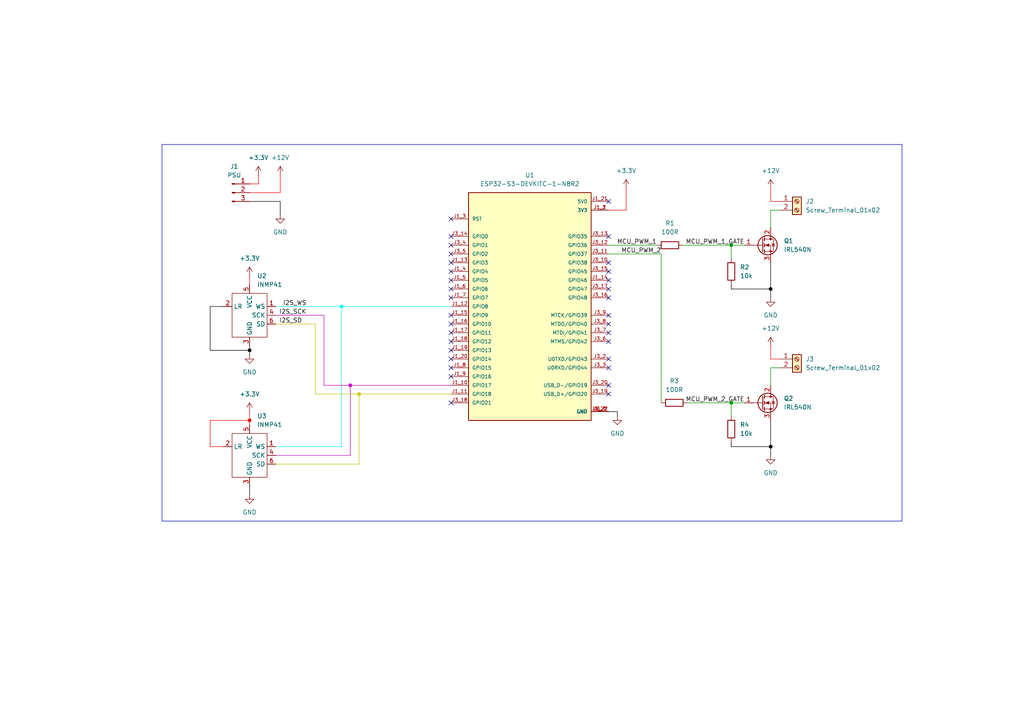
<source format=kicad_sch>
(kicad_sch (version 20231120) (generator "eeschema") (generator_version "8.0")
  (paper "A4")
  (lib_symbols
    (symbol "Connector:Conn_01x03_Pin" (pin_names (offset 1.016) hide)
      (property "Reference" "J" (at 0 5.08 0))
      (property "Value" "Conn_01x03_Pin" (at 0 -5.08 0))
      (symbol "Conn_01x03_Pin_1_1"
        (polyline (pts (xy 1.27 -2.54) (xy 0.8636 -2.54)) (stroke (width 0.1524)))
        (polyline (pts (xy 1.27 0) (xy 0.8636 0)) (stroke (width 0.1524)))
        (polyline (pts (xy 1.27 2.54) (xy 0.8636 2.54)) (stroke (width 0.1524)))
        (rectangle (start 0.8636 -2.413) (end 0 -2.667) (stroke (width 0.1524)) (fill (type outline)))
        (rectangle (start 0.8636 0.127) (end 0 -0.127) (stroke (width 0.1524)) (fill (type outline)))
        (rectangle (start 0.8636 2.667) (end 0 2.413) (stroke (width 0.1524)) (fill (type outline)))
        (pin passive line (at 5.08 2.54 180) (length 3.81) (name "Pin_1") (number "1"))
        (pin passive line (at 5.08 0 180) (length 3.81) (name "Pin_2") (number "2"))
        (pin passive line (at 5.08 -2.54 180) (length 3.81) (name "Pin_3") (number "3"))
      )
    )
    (symbol "Connector:Screw_Terminal_01x02" (pin_names (offset 1.016) hide)
      (property "Reference" "J" (at 0 2.54 0))
      (property "Value" "Screw_Terminal_01x02" (at 0 -5.08 0))
      (symbol "Screw_Terminal_01x02_1_1"
        (rectangle (start -1.27 1.27) (end 1.27 -3.81) (stroke (width 0.254)) (fill (type background)))
        (circle (center 0 -2.54) (radius 0.635) (stroke (width 0.1524)))
        (polyline (pts (xy -0.5334 -2.2098) (xy 0.3302 -3.048)) (stroke (width 0.1524)))
        (polyline (pts (xy -0.5334 0.3302) (xy 0.3302 -0.508)) (stroke (width 0.1524)))
        (polyline (pts (xy -0.3556 -2.032) (xy 0.508 -2.8702)) (stroke (width 0.1524)))
        (polyline (pts (xy -0.3556 0.508) (xy 0.508 -0.3302)) (stroke (width 0.1524)))
        (circle (center 0 0) (radius 0.635) (stroke (width 0.1524)))
        (pin passive line (at -5.08 0 0) (length 3.81) (name "Pin_1") (number "1"))
        (pin passive line (at -5.08 -2.54 0) (length 3.81) (name "Pin_2") (number "2"))
      )
    )
    (symbol "Device:R" (pin_numbers hide) (pin_names (offset 0))
      (property "Reference" "R" (at 2.032 0 90))
      (property "Value" "R" (at 0 0 90))
      (symbol "R_0_1"
        (rectangle (start -1.016 -2.54) (end 1.016 2.54) (stroke (width 0.254)))
      )
      (symbol "R_1_1"
        (pin passive line (at 0 3.81 270) (length 1.27) (name "~") (number "1"))
        (pin passive line (at 0 -3.81 90) (length 1.27) (name "~") (number "2"))
      )
    )
    (symbol "ESP32-S3-DEVKITC-1-N8R2:ESP32-S3-DEVKITC-1-N8R2" (pin_names (offset 1.016))
      (property "Reference" "U" (at -17.78 35.56 0))
      (property "Value" "ESP32-S3-DEVKITC-1-N8R2" (at -17.78 -35.56 0))
      (symbol "ESP32-S3-DEVKITC-1-N8R2_0_0"
        (rectangle (start -17.78 33.02) (end 17.78 -33.02) (stroke (width 0.254)) (fill (type background)))
        (pin power_in line (at 22.86 27.94 180) (length 5.08) (name "3V3") (number "J1_1"))
        (pin bidirectional line (at -22.86 -22.86 0) (length 5.08) (name "GPIO17") (number "J1_10"))
        (pin bidirectional line (at -22.86 -25.4 0) (length 5.08) (name "GPIO18") (number "J1_11"))
        (pin bidirectional line (at -22.86 0 0) (length 5.08) (name "GPIO8") (number "J1_12"))
        (pin bidirectional line (at -22.86 12.7 0) (length 5.08) (name "GPIO3") (number "J1_13"))
        (pin bidirectional line (at 22.86 7.62 180) (length 5.08) (name "GPIO46") (number "J1_14"))
        (pin bidirectional line (at -22.86 -2.54 0) (length 5.08) (name "GPIO9") (number "J1_15"))
        (pin bidirectional line (at -22.86 -5.08 0) (length 5.08) (name "GPIO10") (number "J1_16"))
        (pin bidirectional line (at -22.86 -7.62 0) (length 5.08) (name "GPIO11") (number "J1_17"))
        (pin bidirectional line (at -22.86 -10.16 0) (length 5.08) (name "GPIO12") (number "J1_18"))
        (pin bidirectional line (at -22.86 -12.7 0) (length 5.08) (name "GPIO13") (number "J1_19"))
        (pin power_in line (at 22.86 27.94 180) (length 5.08) (name "3V3") (number "J1_2"))
        (pin bidirectional line (at -22.86 -15.24 0) (length 5.08) (name "GPIO14") (number "J1_20"))
        (pin power_in line (at 22.86 30.48 180) (length 5.08) (name "5V0") (number "J1_21"))
        (pin power_in line (at 22.86 -30.48 180) (length 5.08) (name "GND") (number "J1_22"))
        (pin input line (at -22.86 25.4 0) (length 5.08) (name "RST") (number "J1_3"))
        (pin bidirectional line (at -22.86 10.16 0) (length 5.08) (name "GPIO4") (number "J1_4"))
        (pin bidirectional line (at -22.86 7.62 0) (length 5.08) (name "GPIO5") (number "J1_5"))
        (pin bidirectional line (at -22.86 5.08 0) (length 5.08) (name "GPIO6") (number "J1_6"))
        (pin bidirectional line (at -22.86 2.54 0) (length 5.08) (name "GPIO7") (number "J1_7"))
        (pin bidirectional line (at -22.86 -17.78 0) (length 5.08) (name "GPIO15") (number "J1_8"))
        (pin bidirectional line (at -22.86 -20.32 0) (length 5.08) (name "GPIO16") (number "J1_9"))
        (pin power_in line (at 22.86 -30.48 180) (length 5.08) (name "GND") (number "J3_1"))
        (pin bidirectional line (at 22.86 12.7 180) (length 5.08) (name "GPIO38") (number "J3_10"))
        (pin bidirectional line (at 22.86 15.24 180) (length 5.08) (name "GPIO37") (number "J3_11"))
        (pin bidirectional line (at 22.86 17.78 180) (length 5.08) (name "GPIO36") (number "J3_12"))
        (pin bidirectional line (at 22.86 20.32 180) (length 5.08) (name "GPIO35") (number "J3_13"))
        (pin bidirectional line (at -22.86 20.32 0) (length 5.08) (name "GPIO0") (number "J3_14"))
        (pin bidirectional line (at 22.86 10.16 180) (length 5.08) (name "GPIO45") (number "J3_15"))
        (pin bidirectional line (at 22.86 2.54 180) (length 5.08) (name "GPIO48") (number "J3_16"))
        (pin bidirectional line (at 22.86 5.08 180) (length 5.08) (name "GPIO47") (number "J3_17"))
        (pin bidirectional line (at -22.86 -27.94 0) (length 5.08) (name "GPIO21") (number "J3_18"))
        (pin bidirectional line (at 22.86 -25.4 180) (length 5.08) (name "USB_D+/GPIO20") (number "J3_19"))
        (pin bidirectional line (at 22.86 -15.24 180) (length 5.08) (name "U0TXD/GPIO43") (number "J3_2"))
        (pin bidirectional line (at 22.86 -22.86 180) (length 5.08) (name "USB_D-/GPIO19") (number "J3_20"))
        (pin power_in line (at 22.86 -30.48 180) (length 5.08) (name "GND") (number "J3_21"))
        (pin power_in line (at 22.86 -30.48 180) (length 5.08) (name "GND") (number "J3_22"))
        (pin bidirectional line (at 22.86 -17.78 180) (length 5.08) (name "U0RXD/GPIO44") (number "J3_3"))
        (pin bidirectional line (at -22.86 17.78 0) (length 5.08) (name "GPIO1") (number "J3_4"))
        (pin bidirectional line (at -22.86 15.24 0) (length 5.08) (name "GPIO2") (number "J3_5"))
        (pin bidirectional line (at 22.86 -10.16 180) (length 5.08) (name "MTMS/GPIO42") (number "J3_6"))
        (pin bidirectional line (at 22.86 -7.62 180) (length 5.08) (name "MTDI/GPIO41") (number "J3_7"))
        (pin bidirectional line (at 22.86 -5.08 180) (length 5.08) (name "MTDO/GPIO40") (number "J3_8"))
        (pin bidirectional line (at 22.86 -2.54 180) (length 5.08) (name "MTCK/GPIO39") (number "J3_9"))
      )
    )
    (symbol "INMP41:INMP41"
      (property "Reference" "U" (at 0 0 0))
      (property "Value" "INMP41" (at 0 0 0))
      (symbol "INMP41_0_1"
        (rectangle (start -5.08 -3.81) (end 5.08 -16.51))
      )
      (symbol "INMP41_1_1"
        (pin bidirectional line (at 7.62 -7.62 180) (length 2.54) (name "WS") (number "1"))
        (pin input line (at -7.62 -7.62 0) (length 2.54) (name "LR") (number "2"))
        (pin passive line (at 0 -19.05 90) (length 2.54) (name "GND") (number "3"))
        (pin bidirectional line (at 7.62 -10.16 180) (length 2.54) (name "SCK") (number "4"))
        (pin power_in line (at 0 -1.27 270) (length 2.54) (name "VCC") (number "5"))
        (pin bidirectional line (at 7.62 -12.7 180) (length 2.54) (name "SD") (number "6"))
      )
    )
    (symbol "Transistor_FET:IRLZ44N" (pin_names hide)
      (property "Reference" "Q" (at 5.08 1.905 0))
      (property "Value" "IRLZ44N" (at 5.08 0 0))
      (symbol "IRLZ44N_0_1"
        (polyline (pts (xy 0.254 0) (xy -2.54 0)))
        (polyline (pts (xy 0.254 1.905) (xy 0.254 -1.905)) (stroke (width 0.254)))
        (polyline (pts (xy 0.762 -1.27) (xy 0.762 -2.286)) (stroke (width 0.254)))
        (polyline (pts (xy 0.762 0.508) (xy 0.762 -0.508)) (stroke (width 0.254)))
        (polyline (pts (xy 0.762 2.286) (xy 0.762 1.27)) (stroke (width 0.254)))
        (polyline (pts (xy 2.54 2.54) (xy 2.54 1.778)))
        (polyline (pts (xy 2.54 -2.54) (xy 2.54 0) (xy 0.762 0)))
        (polyline (pts (xy 0.762 -1.778) (xy 3.302 -1.778) (xy 3.302 1.778) (xy 0.762 1.778)))
        (polyline (pts (xy 1.016 0) (xy 2.032 0.381) (xy 2.032 -0.381) (xy 1.016 0)) (fill (type outline)))
        (polyline (pts (xy 2.794 0.508) (xy 2.921 0.381) (xy 3.683 0.381) (xy 3.81 0.254)))
        (polyline (pts (xy 3.302 0.381) (xy 2.921 -0.254) (xy 3.683 -0.254) (xy 3.302 0.381)))
        (circle (center 1.651 0) (radius 2.794) (stroke (width 0.254)))
        (circle (center 2.54 -1.778) (radius 0.254) (fill (type outline)))
        (circle (center 2.54 1.778) (radius 0.254) (fill (type outline)))
      )
      (symbol "IRLZ44N_1_1"
        (pin input line (at -5.08 0 0) (length 2.54) (name "G") (number "1"))
        (pin passive line (at 2.54 5.08 270) (length 2.54) (name "D") (number "2"))
        (pin passive line (at 2.54 -5.08 90) (length 2.54) (name "S") (number "3"))
      )
    )
    (symbol "power:+12V" (power) (pin_numbers hide) (pin_names (offset 0) hide)
      (property "Value" "+12V" (at 0 3.556 0))
      (symbol "+12V_0_1"
        (polyline (pts (xy -0.762 1.27) (xy 0 2.54)))
        (polyline (pts (xy 0 0) (xy 0 2.54)))
        (polyline (pts (xy 0 2.54) (xy 0.762 1.27)))
      )
      (symbol "+12V_1_1"
        (pin power_in line (at 0 0 90) (length 0) (name "~") (number "1"))
      )
    )
    (symbol "power:+3.3V" (power) (pin_numbers hide) (pin_names (offset 0) hide)
      (property "Value" "+3.3V" (at 0 3.556 0))
      (symbol "+3.3V_0_1"
        (polyline (pts (xy -0.762 1.27) (xy 0 2.54)))
        (polyline (pts (xy 0 0) (xy 0 2.54)))
        (polyline (pts (xy 0 2.54) (xy 0.762 1.27)))
      )
      (symbol "+3.3V_1_1"
        (pin power_in line (at 0 0 90) (length 0) (name "~") (number "1"))
      )
    )
    (symbol "power:GND" (power) (pin_numbers hide) (pin_names (offset 0) hide)
      (property "Value" "GND" (at 0 -3.81 0))
      (symbol "GND_0_1"
        (polyline (pts (xy 0 0) (xy 0 -1.27) (xy 1.27 -1.27) (xy 0 -2.54) (xy -1.27 -1.27) (xy 0 -1.27)))
      )
      (symbol "GND_1_1"
        (pin power_in line (at 0 0 270) (length 0) (name "~") (number "1"))
      )
    )
  )
  (junction (at 212.09 116.84))
  (junction (at 223.52 83.82) (color 0 0 0 1))
  (junction (at 72.39 101.6) (color 0 0 0 1))
  (junction (at 223.52 129.54) (color 0 0 0 1))
  (junction (at 104.14 114.3) (color 194 194 0 1))
  (junction (at 212.09 71.12))
  (junction (at 72.39 121.92) (color 255 0 0 1))
  (junction (at 101.6 111.76) (color 194 0 194 1))
  (junction (at 99.06 88.9) (color 0 255 255 1))
  (no_connect (at 176.53 68.58))
  (no_connect (at 130.81 81.28))
  (no_connect (at 176.53 78.74))
  (no_connect (at 130.81 78.74))
  (no_connect (at 130.81 63.5))
  (no_connect (at 130.81 83.82))
  (no_connect (at 176.53 81.28))
  (no_connect (at 130.81 68.58))
  (no_connect (at 176.53 104.14))
  (no_connect (at 130.81 71.12))
  (no_connect (at 130.81 91.44))
  (no_connect (at 176.53 99.06))
  (no_connect (at 130.81 76.2))
  (no_connect (at 176.53 106.68))
  (no_connect (at 130.81 106.68))
  (no_connect (at 176.53 114.3))
  (no_connect (at 130.81 116.84))
  (no_connect (at 130.81 93.98))
  (no_connect (at 176.53 96.52))
  (no_connect (at 176.53 86.36))
  (no_connect (at 176.53 76.2))
  (no_connect (at 176.53 83.82))
  (no_connect (at 176.53 93.98))
  (no_connect (at 130.81 109.22))
  (no_connect (at 176.53 111.76))
  (no_connect (at 130.81 101.6))
  (no_connect (at 130.81 104.14))
  (no_connect (at 130.81 73.66))
  (no_connect (at 130.81 99.06))
  (no_connect (at 176.53 91.44))
  (no_connect (at 130.81 96.52))
  (no_connect (at 176.53 58.42))
  (no_connect (at 130.81 86.36))
  (wire (pts (xy 223.52 83.82) (xy 223.52 86.36)) (stroke (width 0) (color 0 0 0 1)))
  (wire (pts (xy 101.6 132.08) (xy 101.6 111.76)) (stroke (width 0) (color 194 0 194 1)))
  (wire (pts (xy 223.52 66.04) (xy 223.52 60.96)))
  (wire (pts (xy 60.96 129.54) (xy 60.96 121.92)) (stroke (width 0) (color 255 0 0 1)))
  (wire (pts (xy 80.01 129.54) (xy 99.06 129.54)) (stroke (width 0) (color 0 255 255 1)))
  (wire (pts (xy 223.52 54.61) (xy 223.52 58.42)) (stroke (width 0) (color 255 0 0 1)))
  (wire (pts (xy 181.61 60.96) (xy 181.61 54.61)) (stroke (width 0) (color 255 0 0 1)))
  (wire (pts (xy 223.52 129.54) (xy 223.52 132.08)) (stroke (width 0) (color 0 0 0 1)))
  (wire (pts (xy 72.39 53.34) (xy 74.93 53.34)) (stroke (width 0) (color 255 0 0 1)))
  (wire (pts (xy 60.96 101.6) (xy 60.96 88.9)) (stroke (width 0) (color 0 0 0 1)))
  (wire (pts (xy 223.52 58.42) (xy 226.06 58.42)) (stroke (width 0) (color 255 0 0 1)))
  (wire (pts (xy 198.12 71.12) (xy 212.09 71.12)))
  (wire (pts (xy 99.06 129.54) (xy 99.06 88.9)) (stroke (width 0) (color 0 255 255 1)))
  (wire (pts (xy 176.53 60.96) (xy 181.61 60.96)) (stroke (width 0) (color 255 0 0 1)))
  (wire (pts (xy 223.52 100.33) (xy 223.52 104.14)) (stroke (width 0) (color 255 0 0 1)))
  (wire (pts (xy 104.14 114.3) (xy 130.81 114.3)) (stroke (width 0) (color 194 194 0 1)))
  (wire (pts (xy 212.09 116.84) (xy 215.9 116.84)))
  (wire (pts (xy 72.39 101.6) (xy 72.39 102.87)) (stroke (width 0) (color 0 0 0 1)))
  (wire (pts (xy 179.07 120.65) (xy 179.07 119.38)) (stroke (width 0) (color 0 0 0 1)))
  (wire (pts (xy 191.77 73.66) (xy 191.77 116.84)))
  (wire (pts (xy 81.28 58.42) (xy 72.39 58.42)) (stroke (width 0) (color 0 0 0 1)))
  (wire (pts (xy 212.09 116.84) (xy 212.09 120.65)))
  (wire (pts (xy 80.01 91.44) (xy 93.98 91.44)) (stroke (width 0) (color 194 0 194 1)))
  (wire (pts (xy 64.77 129.54) (xy 60.96 129.54)) (stroke (width 0) (color 255 0 0 1)))
  (wire (pts (xy 81.28 62.23) (xy 81.28 58.42)) (stroke (width 0) (color 0 0 0 1)))
  (wire (pts (xy 72.39 80.01) (xy 72.39 82.55)) (stroke (width 0) (color 255 0 0 1)))
  (wire (pts (xy 199.39 116.84) (xy 212.09 116.84)))
  (wire (pts (xy 80.01 134.62) (xy 104.14 134.62)) (stroke (width 0) (color 194 194 0 1)))
  (wire (pts (xy 223.52 104.14) (xy 226.06 104.14)) (stroke (width 0) (color 255 0 0 1)))
  (wire (pts (xy 223.52 106.68) (xy 226.06 106.68)))
  (wire (pts (xy 223.52 60.96) (xy 226.06 60.96)))
  (wire (pts (xy 176.53 73.66) (xy 191.77 73.66)))
  (wire (pts (xy 72.39 55.88) (xy 81.28 55.88)) (stroke (width 0) (color 255 0 0 1)))
  (wire (pts (xy 80.01 132.08) (xy 101.6 132.08)) (stroke (width 0) (color 194 0 194 1)))
  (wire (pts (xy 212.09 71.12) (xy 212.09 74.93)))
  (wire (pts (xy 93.98 91.44) (xy 93.98 111.76)) (stroke (width 0) (color 194 0 194 1)))
  (wire (pts (xy 99.06 88.9) (xy 130.81 88.9)) (stroke (width 0) (color 0 255 255 1)))
  (wire (pts (xy 72.39 100.33) (xy 72.39 101.6)) (stroke (width 0) (color 0 0 0 1)))
  (wire (pts (xy 223.52 111.76) (xy 223.52 106.68)))
  (wire (pts (xy 60.96 88.9) (xy 64.77 88.9)) (stroke (width 0) (color 0 0 0 1)))
  (wire (pts (xy 179.07 119.38) (xy 176.53 119.38)) (stroke (width 0) (color 0 0 0 1)))
  (wire (pts (xy 212.09 71.12) (xy 215.9 71.12)))
  (wire (pts (xy 93.98 111.76) (xy 101.6 111.76)) (stroke (width 0) (color 194 0 194 1)))
  (wire (pts (xy 80.01 93.98) (xy 91.44 93.98)) (stroke (width 0) (color 194 194 0 1)))
  (wire (pts (xy 104.14 134.62) (xy 104.14 114.3)) (stroke (width 0) (color 194 194 0 1)))
  (wire (pts (xy 212.09 129.54) (xy 223.52 129.54)) (stroke (width 0) (color 0 0 0 1)))
  (wire (pts (xy 176.53 71.12) (xy 190.5 71.12)))
  (wire (pts (xy 72.39 101.6) (xy 60.96 101.6)) (stroke (width 0) (color 0 0 0 1)))
  (wire (pts (xy 72.39 119.38) (xy 72.39 121.92)) (stroke (width 0) (color 255 0 0 1)))
  (wire (pts (xy 91.44 93.98) (xy 91.44 114.3)) (stroke (width 0) (color 194 194 0 1)))
  (wire (pts (xy 91.44 114.3) (xy 104.14 114.3)) (stroke (width 0) (color 194 194 0 1)))
  (wire (pts (xy 212.09 128.27) (xy 212.09 129.54)) (stroke (width 0) (color 0 0 0 1)))
  (wire (pts (xy 72.39 140.97) (xy 72.39 143.51)) (stroke (width 0) (color 0 0 0 1)))
  (wire (pts (xy 223.52 76.2) (xy 223.52 83.82)) (stroke (width 0) (color 0 0 0 1)))
  (wire (pts (xy 212.09 83.82) (xy 223.52 83.82)) (stroke (width 0) (color 0 0 0 1)))
  (wire (pts (xy 72.39 121.92) (xy 72.39 123.19)) (stroke (width 0) (color 255 0 0 1)))
  (wire (pts (xy 101.6 111.76) (xy 130.81 111.76)) (stroke (width 0) (color 194 0 194 1)))
  (wire (pts (xy 74.93 53.34) (xy 74.93 50.8)) (stroke (width 0) (color 255 0 0 1)))
  (wire (pts (xy 223.52 121.92) (xy 223.52 129.54)) (stroke (width 0) (color 0 0 0 1)))
  (wire (pts (xy 212.09 82.55) (xy 212.09 83.82)) (stroke (width 0) (color 0 0 0 1)))
  (wire (pts (xy 60.96 121.92) (xy 72.39 121.92)) (stroke (width 0) (color 255 0 0 1)))
  (wire (pts (xy 81.28 55.88) (xy 81.28 50.8)) (stroke (width 0) (color 255 0 0 1)))
  (wire (pts (xy 80.01 88.9) (xy 99.06 88.9)) (stroke (width 0) (color 0 255 255 1)))
  (rectangle (start 46.99 41.91) (end 261.62 151.13))
  (label "MCU_PWM_2" (at 191.77 73.66 180))
  (label "I2S_WS" (at 88.9 88.9 180))
  (label "I2S_SD" (at 87.63 93.98 180))
  (label "MCU_PWM_1_GATE" (at 215.9 71.12 180))
  (label "MCU_PWM_1" (at 190.5 71.12 180))
  (label "MCU_PWM_2_GATE" (at 215.9 116.84 180))
  (label "I2S_SCK" (at 88.9 91.44 180))
  (symbol (lib_id "power:+12V") (at 81.28 50.8 0) (unit 1)
    (property "Reference" "#PWR02" (effects (hide yes)))
    (property "Value" "+12V" (at 81.28 45.72 0))
    (property "Description" "Power symbol creates a global label with name \"+12V\"" (effects (hide yes)))
  )
  (symbol (lib_id "INMP41:INMP41") (at 72.39 121.92 0) (unit 1)
    (property "Reference" "U3" (at 74.5841 120.65 0) (effects (justify left)))
    (property "Value" "INMP41" (at 74.5841 123.19 0) (effects (justify left)))
    (property "Footprint" "INMP41:INMP41" (effects (hide yes)))
    (property "Datasheet" "https://invensense.tdk.com/products/analog/inmp411/" (effects (hide yes)))
  )
  (symbol (lib_id "Connector:Screw_Terminal_01x02") (at 231.14 104.14 0) (unit 1)
    (property "Reference" "J3" (at 233.68 104.1399 0) (effects (justify left)))
    (property "Value" "Screw_Terminal_01x02" (at 233.68 106.6799 0) (effects (justify left)))
    (property "Footprint" "TerminalBlock:TerminalBlock_Xinya_XY308-2.54-2P_1x02_P2.54mm_Horizontal" (effects (hide yes)))
    (property "Description" "Generic screw terminal, single row, 01x02, script generated (kicad-library-utils/schlib/autogen/connector/)" (effects (hide yes)))
  )
  (symbol (lib_id "power:GND") (at 81.28 62.23 0) (unit 1)
    (property "Reference" "#PWR03" (effects (hide yes)))
    (property "Value" "GND" (at 81.28 67.31 0))
    (property "Description" "Power symbol creates a global label with name \"GND\" , ground" (effects (hide yes)))
  )
  (symbol (lib_id "Device:R") (at 212.09 78.74 180) (unit 1)
    (property "Reference" "R2" (at 214.63 77.4699 0) (effects (justify right)))
    (property "Value" "10k" (at 214.63 80.0099 0) (effects (justify right)))
    (property "Footprint" "Resistor_THT:R_Axial_DIN0204_L3.6mm_D1.6mm_P7.62mm_Horizontal" (effects (hide yes)))
    (property "Description" "Resistor" (effects (hide yes)))
  )
  (symbol (lib_id "power:GND") (at 223.52 132.08 0) (unit 1)
    (property "Reference" "#PWR09" (effects (hide yes)))
    (property "Value" "GND" (at 223.52 137.16 0))
    (property "Description" "Power symbol creates a global label with name \"GND\" , ground" (effects (hide yes)))
  )
  (symbol (lib_id "Device:R") (at 212.09 124.46 180) (unit 1)
    (property "Reference" "R4" (at 214.63 123.1899 0) (effects (justify right)))
    (property "Value" "10k" (at 214.63 125.7299 0) (effects (justify right)))
    (property "Footprint" "Resistor_THT:R_Axial_DIN0204_L3.6mm_D1.6mm_P7.62mm_Horizontal" (effects (hide yes)))
    (property "Description" "Resistor" (effects (hide yes)))
  )
  (symbol (lib_id "power:+12V") (at 223.52 54.61 0) (unit 1)
    (property "Reference" "#PWR06" (effects (hide yes)))
    (property "Value" "+12V" (at 223.52 49.53 0))
    (property "Description" "Power symbol creates a global label with name \"+12V\"" (effects (hide yes)))
  )
  (symbol (lib_id "Device:R") (at 194.31 71.12 90) (unit 1)
    (property "Reference" "R1" (at 194.31 64.77 90))
    (property "Value" "100R" (at 194.31 67.31 90))
    (property "Footprint" "Resistor_THT:R_Axial_DIN0204_L3.6mm_D1.6mm_P7.62mm_Horizontal" (effects (hide yes)))
    (property "Description" "Resistor" (effects (hide yes)))
  )
  (symbol (lib_id "Transistor_FET:IRLZ44N") (at 220.98 116.84 0) (unit 1)
    (property "Reference" "Q2" (at 227.33 115.5699 0) (effects (justify left)))
    (property "Value" "IRL540N" (at 227.33 118.1099 0) (effects (justify left)))
    (property "Footprint" "Package_TO_SOT_THT:TO-220-3_Vertical" (effects (hide yes)))
    (property "Datasheet" "http://www.irf.com/product-info/datasheets/data/irlz44n.pdf" (effects (hide yes)))
    (property "Description" "47A Id, 55V Vds, 22mOhm Rds Single N-Channel HEXFET Power MOSFET, TO-220AB" (effects (hide yes)))
  )
  (symbol (lib_id "ESP32-S3-DEVKITC-1-N8R2:ESP32-S3-DEVKITC-1-N8R2") (at 153.67 88.9 0) (unit 1)
    (property "Reference" "U1" (at 153.67 50.8 0))
    (property "Value" "ESP32-S3-DEVKITC-1-N8R2" (at 153.67 53.34 0))
    (property "Footprint" "esp32s3:XCVR_ESP32-S3-DEVKITC-1-N8R2" (effects (hide yes)))
    (property "MF" "Espressif Systems" (effects (hide yes)))
    (property "Description_1" "\nWiFi Development Tools - 802.11 (Engineering Samples Only) ESP32-S3 General-Purpose Development Board, ESP32-S3-WROOM-1-N8R2, with Pin Header\n" (effects (hide yes)))
    (property "Package" "None" (effects (hide yes)))
    (property "Price" "None" (effects (hide yes)))
    (property "Check_prices" "https://www.snapeda.com/parts/ESP32-S3-DEVKITC-1-N8R2/Espressif+Systems/view-part/?ref=eda" (effects (hide yes)))
    (property "STANDARD" "Manufacturer Recommendations" (effects (hide yes)))
    (property "PARTREV" "V1" (effects (hide yes)))
    (property "SnapEDA_Link" "https://www.snapeda.com/parts/ESP32-S3-DEVKITC-1-N8R2/Espressif+Systems/view-part/?ref=snap" (effects (hide yes)))
    (property "MP" "ESP32-S3-DEVKITC-1-N8R2" (effects (hide yes)))
    (property "Purchase-URL" "https://www.snapeda.com/api/url_track_click_mouser/?unipart_id=8918256&manufacturer=Espressif Systems&part_name=ESP32-S3-DEVKITC-1-N8R2&search_term=None" (effects (hide yes)))
    (property "Availability" "Not in stock" (effects (hide yes)))
    (property "MANUFACTURER" "Espressif" (effects (hide yes)))
  )
  (symbol (lib_id "INMP41:INMP41") (at 72.39 81.28 0) (unit 1)
    (property "Reference" "U2" (at 74.5841 80.01 0) (effects (justify left)))
    (property "Value" "INMP41" (at 74.5841 82.55 0) (effects (justify left)))
    (property "Footprint" "INMP41:INMP41" (effects (hide yes)))
    (property "Datasheet" "https://invensense.tdk.com/products/analog/inmp411/" (effects (hide yes)))
  )
  (symbol (lib_id "power:+3.3V") (at 74.93 50.8 0) (unit 1)
    (property "Reference" "#PWR01" (effects (hide yes)))
    (property "Value" "+3.3V" (at 74.93 45.72 0))
    (property "Description" "Power symbol creates a global label with name \"+3.3V\"" (effects (hide yes)))
  )
  (symbol (lib_id "power:+3.3V") (at 72.39 119.38 0) (unit 1)
    (property "Reference" "#PWR013" (effects (hide yes)))
    (property "Value" "+3.3V" (at 72.39 114.3 0))
    (property "Description" "Power symbol creates a global label with name \"+3.3V\"" (effects (hide yes)))
  )
  (symbol (lib_id "power:GND") (at 223.52 86.36 0) (unit 1)
    (property "Reference" "#PWR07" (effects (hide yes)))
    (property "Value" "GND" (at 223.52 91.44 0))
    (property "Description" "Power symbol creates a global label with name \"GND\" , ground" (effects (hide yes)))
  )
  (symbol (lib_id "Transistor_FET:IRLZ44N") (at 220.98 71.12 0) (unit 1)
    (property "Reference" "Q1" (at 227.33 69.8499 0) (effects (justify left)))
    (property "Value" "IRL540N" (at 227.33 72.3899 0) (effects (justify left)))
    (property "Footprint" "Package_TO_SOT_THT:TO-220-3_Vertical" (effects (hide yes)))
    (property "Datasheet" "http://www.irf.com/product-info/datasheets/data/irlz44n.pdf" (effects (hide yes)))
    (property "Description" "47A Id, 55V Vds, 22mOhm Rds Single N-Channel HEXFET Power MOSFET, TO-220AB" (effects (hide yes)))
  )
  (symbol (lib_id "Connector:Screw_Terminal_01x02") (at 231.14 58.42 0) (unit 1)
    (property "Reference" "J2" (at 233.68 58.4199 0) (effects (justify left)))
    (property "Value" "Screw_Terminal_01x02" (at 233.68 60.9599 0) (effects (justify left)))
    (property "Footprint" "TerminalBlock:TerminalBlock_Xinya_XY308-2.54-2P_1x02_P2.54mm_Horizontal" (effects (hide yes)))
    (property "Description" "Generic screw terminal, single row, 01x02, script generated (kicad-library-utils/schlib/autogen/connector/)" (effects (hide yes)))
  )
  (symbol (lib_id "power:+3.3V") (at 72.39 80.01 0) (unit 1)
    (property "Reference" "#PWR011" (effects (hide yes)))
    (property "Value" "+3.3V" (at 72.39 74.93 0))
    (property "Description" "Power symbol creates a global label with name \"+3.3V\"" (effects (hide yes)))
  )
  (symbol (lib_id "power:GND") (at 72.39 143.51 0) (unit 1)
    (property "Reference" "#PWR012" (effects (hide yes)))
    (property "Value" "GND" (at 72.39 148.59 0))
    (property "Description" "Power symbol creates a global label with name \"GND\" , ground" (effects (hide yes)))
  )
  (symbol (lib_id "power:GND") (at 72.39 102.87 0) (unit 1)
    (property "Reference" "#PWR010" (effects (hide yes)))
    (property "Value" "GND" (at 72.39 107.95 0))
    (property "Description" "Power symbol creates a global label with name \"GND\" , ground" (effects (hide yes)))
  )
  (symbol (lib_id "power:+12V") (at 223.52 100.33 0) (unit 1)
    (property "Reference" "#PWR08" (effects (hide yes)))
    (property "Value" "+12V" (at 223.52 95.25 0))
    (property "Description" "Power symbol creates a global label with name \"+12V\"" (effects (hide yes)))
  )
  (symbol (lib_id "power:+3.3V") (at 181.61 54.61 0) (unit 1)
    (property "Reference" "#PWR04" (effects (hide yes)))
    (property "Value" "+3.3V" (at 181.61 49.53 0))
    (property "Description" "Power symbol creates a global label with name \"+3.3V\"" (effects (hide yes)))
  )
  (symbol (lib_id "Connector:Conn_01x03_Pin") (at 67.31 55.88 0) (unit 1)
    (property "Reference" "J1" (at 67.945 48.26 0))
    (property "Value" "PSU" (at 67.945 50.8 0))
    (property "Footprint" "TerminalBlock:TerminalBlock_Xinya_XY308-2.54-3P_1x03_P2.54mm_Horizontal" (effects (hide yes)))
    (property "Description" "Generic connector, single row, 01x03, script generated" (effects (hide yes)))
  )
  (symbol (lib_id "power:GND") (at 179.07 120.65 0) (unit 1)
    (property "Reference" "#PWR05" (effects (hide yes)))
    (property "Value" "GND" (at 179.07 125.73 0))
    (property "Description" "Power symbol creates a global label with name \"GND\" , ground" (effects (hide yes)))
  )
  (symbol (lib_id "Device:R") (at 195.58 116.84 90) (unit 1)
    (property "Reference" "R3" (at 195.58 110.49 90))
    (property "Value" "100R" (at 195.58 113.03 90))
    (property "Footprint" "Resistor_THT:R_Axial_DIN0204_L3.6mm_D1.6mm_P7.62mm_Horizontal" (effects (hide yes)))
    (property "Description" "Resistor" (effects (hide yes)))
  )
)
</source>
